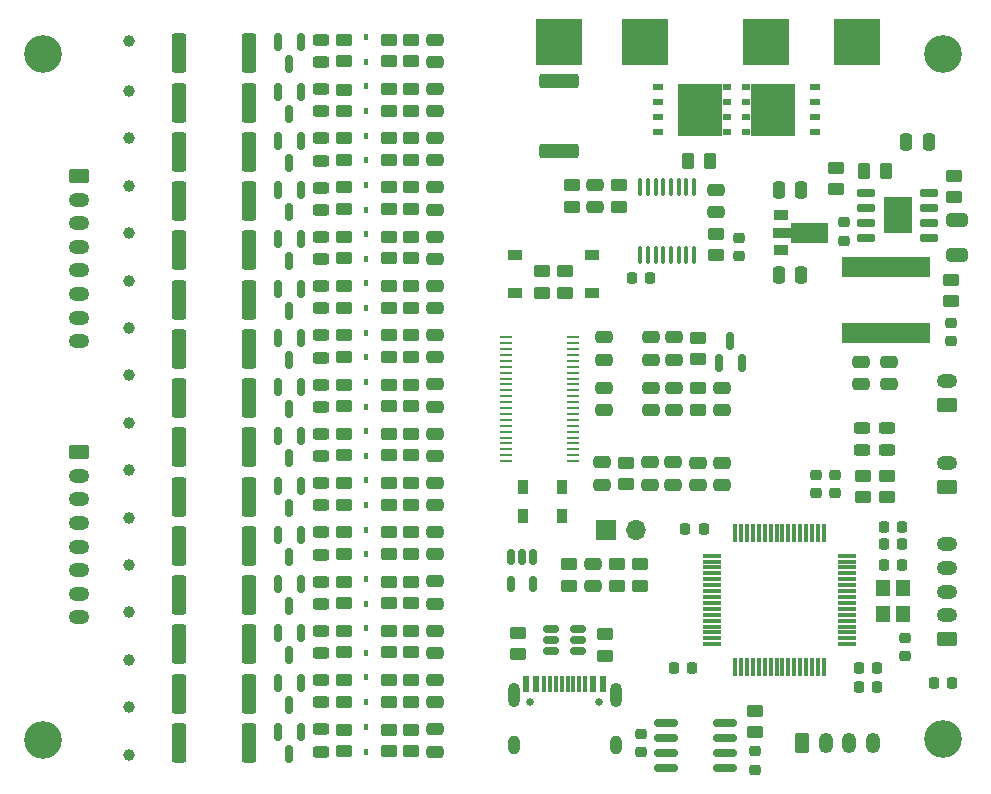
<source format=gts>
G04 #@! TF.GenerationSoftware,KiCad,Pcbnew,(6.0.7-1)-1*
G04 #@! TF.CreationDate,2023-01-13T15:06:51+01:00*
G04 #@! TF.ProjectId,Flux_BMS,466c7578-5f42-44d5-932e-6b696361645f,rev?*
G04 #@! TF.SameCoordinates,Original*
G04 #@! TF.FileFunction,Soldermask,Top*
G04 #@! TF.FilePolarity,Negative*
%FSLAX46Y46*%
G04 Gerber Fmt 4.6, Leading zero omitted, Abs format (unit mm)*
G04 Created by KiCad (PCBNEW (6.0.7-1)-1) date 2023-01-13 15:06:51*
%MOMM*%
%LPD*%
G01*
G04 APERTURE LIST*
G04 Aperture macros list*
%AMRoundRect*
0 Rectangle with rounded corners*
0 $1 Rounding radius*
0 $2 $3 $4 $5 $6 $7 $8 $9 X,Y pos of 4 corners*
0 Add a 4 corners polygon primitive as box body*
4,1,4,$2,$3,$4,$5,$6,$7,$8,$9,$2,$3,0*
0 Add four circle primitives for the rounded corners*
1,1,$1+$1,$2,$3*
1,1,$1+$1,$4,$5*
1,1,$1+$1,$6,$7*
1,1,$1+$1,$8,$9*
0 Add four rect primitives between the rounded corners*
20,1,$1+$1,$2,$3,$4,$5,0*
20,1,$1+$1,$4,$5,$6,$7,0*
20,1,$1+$1,$6,$7,$8,$9,0*
20,1,$1+$1,$8,$9,$2,$3,0*%
%AMFreePoly0*
4,1,9,3.862500,-0.866500,0.737500,-0.866500,0.737500,-0.450000,-0.737500,-0.450000,-0.737500,0.450000,0.737500,0.450000,0.737500,0.866500,3.862500,0.866500,3.862500,-0.866500,3.862500,-0.866500,$1*%
G04 Aperture macros list end*
%ADD10O,1.200000X1.750000*%
%ADD11RoundRect,0.250000X-0.350000X-0.625000X0.350000X-0.625000X0.350000X0.625000X-0.350000X0.625000X0*%
%ADD12RoundRect,0.250000X0.450000X-0.262500X0.450000X0.262500X-0.450000X0.262500X-0.450000X-0.262500X0*%
%ADD13RoundRect,0.250000X0.625000X-0.350000X0.625000X0.350000X-0.625000X0.350000X-0.625000X-0.350000X0*%
%ADD14O,1.750000X1.200000*%
%ADD15RoundRect,0.150000X-0.150000X0.512500X-0.150000X-0.512500X0.150000X-0.512500X0.150000X0.512500X0*%
%ADD16R,1.200000X0.900000*%
%ADD17RoundRect,0.250000X-0.450000X0.262500X-0.450000X-0.262500X0.450000X-0.262500X0.450000X0.262500X0*%
%ADD18RoundRect,0.150000X-0.150000X0.587500X-0.150000X-0.587500X0.150000X-0.587500X0.150000X0.587500X0*%
%ADD19C,1.000000*%
%ADD20R,0.900000X1.200000*%
%ADD21RoundRect,0.250000X-0.475000X0.250000X-0.475000X-0.250000X0.475000X-0.250000X0.475000X0.250000X0*%
%ADD22RoundRect,0.243750X-0.456250X0.243750X-0.456250X-0.243750X0.456250X-0.243750X0.456250X0.243750X0*%
%ADD23R,0.450000X0.600000*%
%ADD24RoundRect,0.250000X-0.362500X-1.425000X0.362500X-1.425000X0.362500X1.425000X-0.362500X1.425000X0*%
%ADD25C,0.600000*%
%ADD26R,4.000000X4.000000*%
%ADD27RoundRect,0.250000X-1.425000X0.362500X-1.425000X-0.362500X1.425000X-0.362500X1.425000X0.362500X0*%
%ADD28O,1.000000X1.600000*%
%ADD29O,1.000000X2.100000*%
%ADD30R,0.600000X1.450000*%
%ADD31R,0.300000X1.450000*%
%ADD32C,0.650000*%
%ADD33RoundRect,0.225000X0.225000X0.250000X-0.225000X0.250000X-0.225000X-0.250000X0.225000X-0.250000X0*%
%ADD34RoundRect,0.250000X0.475000X-0.250000X0.475000X0.250000X-0.475000X0.250000X-0.475000X-0.250000X0*%
%ADD35R,0.850000X0.500000*%
%ADD36R,0.800000X0.600000*%
%ADD37R,3.750000X4.410000*%
%ADD38RoundRect,0.225000X0.250000X-0.225000X0.250000X0.225000X-0.250000X0.225000X-0.250000X-0.225000X0*%
%ADD39RoundRect,0.225000X-0.250000X0.225000X-0.250000X-0.225000X0.250000X-0.225000X0.250000X0.225000X0*%
%ADD40C,3.200000*%
%ADD41RoundRect,0.150000X-0.825000X-0.150000X0.825000X-0.150000X0.825000X0.150000X-0.825000X0.150000X0*%
%ADD42RoundRect,0.225000X-0.225000X-0.250000X0.225000X-0.250000X0.225000X0.250000X-0.225000X0.250000X0*%
%ADD43RoundRect,0.150000X0.150000X-0.587500X0.150000X0.587500X-0.150000X0.587500X-0.150000X-0.587500X0*%
%ADD44RoundRect,0.150000X0.512500X0.150000X-0.512500X0.150000X-0.512500X-0.150000X0.512500X-0.150000X0*%
%ADD45RoundRect,0.250000X-0.250000X-0.475000X0.250000X-0.475000X0.250000X0.475000X-0.250000X0.475000X0*%
%ADD46RoundRect,0.250000X-0.625000X0.350000X-0.625000X-0.350000X0.625000X-0.350000X0.625000X0.350000X0*%
%ADD47RoundRect,0.100000X0.100000X-0.637500X0.100000X0.637500X-0.100000X0.637500X-0.100000X-0.637500X0*%
%ADD48RoundRect,0.250000X-0.262500X-0.450000X0.262500X-0.450000X0.262500X0.450000X-0.262500X0.450000X0*%
%ADD49R,1.100000X0.285000*%
%ADD50R,1.300000X0.900000*%
%ADD51FreePoly0,0.000000*%
%ADD52RoundRect,0.075000X0.075000X0.700000X-0.075000X0.700000X-0.075000X-0.700000X0.075000X-0.700000X0*%
%ADD53RoundRect,0.075000X0.700000X0.075000X-0.700000X0.075000X-0.700000X-0.075000X0.700000X-0.075000X0*%
%ADD54RoundRect,0.250000X-0.650000X0.325000X-0.650000X-0.325000X0.650000X-0.325000X0.650000X0.325000X0*%
%ADD55RoundRect,0.250000X0.250000X0.475000X-0.250000X0.475000X-0.250000X-0.475000X0.250000X-0.475000X0*%
%ADD56R,2.410000X3.100000*%
%ADD57RoundRect,0.150000X0.650000X0.150000X-0.650000X0.150000X-0.650000X-0.150000X0.650000X-0.150000X0*%
%ADD58O,1.700000X1.700000*%
%ADD59R,1.700000X1.700000*%
%ADD60R,7.500000X1.800000*%
%ADD61R,1.200000X1.400000*%
G04 APERTURE END LIST*
D10*
X149650000Y-135450000D03*
X147650000Y-135450000D03*
X145650000Y-135450000D03*
D11*
X143650000Y-135450000D03*
D12*
X128750000Y-111687500D03*
X128750000Y-113512500D03*
D13*
X155950000Y-113700000D03*
D14*
X155950000Y-111700000D03*
X155950000Y-104800000D03*
D13*
X155950000Y-106800000D03*
D15*
X120900000Y-119662500D03*
X119950000Y-119662500D03*
X119000000Y-119662500D03*
X119000000Y-121937500D03*
X120900000Y-121937500D03*
D16*
X119350000Y-94050000D03*
X119350000Y-97350000D03*
D17*
X110550000Y-136112500D03*
X110550000Y-134287500D03*
X110550000Y-127731676D03*
X110550000Y-125906676D03*
D12*
X108650000Y-121736779D03*
X108650000Y-123561779D03*
D18*
X100250000Y-136336480D03*
X99300000Y-134461480D03*
X101200000Y-134461480D03*
D19*
X86650000Y-116333330D03*
D20*
X120000000Y-113700000D03*
X123300000Y-113700000D03*
D21*
X136850000Y-107250000D03*
X136850000Y-105350000D03*
D12*
X127950000Y-120287500D03*
X127950000Y-122112500D03*
D22*
X102950000Y-136137500D03*
X102950000Y-134262500D03*
D17*
X128150000Y-90012500D03*
X128150000Y-88187500D03*
D21*
X112550000Y-102769794D03*
X112550000Y-100869794D03*
D19*
X86650000Y-124359996D03*
D20*
X120000000Y-116150000D03*
X123300000Y-116150000D03*
D12*
X104850000Y-121736779D03*
X104850000Y-123561779D03*
D17*
X110550000Y-86032706D03*
X110550000Y-84207706D03*
D22*
X148750000Y-110637500D03*
X148750000Y-108762500D03*
D23*
X106750000Y-81920309D03*
X106750000Y-79820309D03*
D18*
X100250000Y-94637500D03*
X99300000Y-92762500D03*
X101200000Y-92762500D03*
D24*
X96812500Y-135398980D03*
X90887500Y-135398980D03*
D22*
X102950000Y-119456882D03*
X102950000Y-117581882D03*
D12*
X121600000Y-95487500D03*
X121600000Y-97312500D03*
D18*
X100250000Y-132166573D03*
X99300000Y-130291573D03*
X101200000Y-130291573D03*
D22*
X102950000Y-123626779D03*
X102950000Y-121751779D03*
D16*
X125850000Y-94050000D03*
X125850000Y-97350000D03*
D19*
X86650000Y-100279998D03*
D23*
X106750000Y-90250000D03*
X106750000Y-88150000D03*
D12*
X108650000Y-130076573D03*
X108650000Y-131901573D03*
D24*
X96812500Y-110379588D03*
X90887500Y-110379588D03*
D18*
X100250000Y-119656882D03*
X99300000Y-117781882D03*
X101200000Y-117781882D03*
D25*
X142100000Y-74550000D03*
X141100000Y-77550000D03*
X140100000Y-76550000D03*
X139100000Y-76550000D03*
X142100000Y-77550000D03*
D26*
X140600000Y-76050000D03*
D25*
X139100000Y-75550000D03*
X139100000Y-77550000D03*
X140100000Y-77550000D03*
X142100000Y-76550000D03*
X141100000Y-76550000D03*
X140100000Y-74550000D03*
X141100000Y-74550000D03*
X140100000Y-75550000D03*
X142100000Y-75550000D03*
X139100000Y-74550000D03*
X141100000Y-75550000D03*
D19*
X86650000Y-92253332D03*
D27*
X123100000Y-85262500D03*
X123100000Y-79337500D03*
D12*
X104850000Y-113396985D03*
X104850000Y-115221985D03*
X108650000Y-88367500D03*
X108650000Y-90192500D03*
D19*
X86650000Y-120346663D03*
D28*
X127870000Y-135550000D03*
D29*
X119230000Y-131370000D03*
X127870000Y-131370000D03*
D28*
X119230000Y-135550000D03*
D30*
X120300000Y-130455000D03*
X121100000Y-130455000D03*
D31*
X121800000Y-130455000D03*
X122800000Y-130455000D03*
X124300000Y-130455000D03*
X125300000Y-130455000D03*
D30*
X126000000Y-130455000D03*
X126800000Y-130455000D03*
X126800000Y-130455000D03*
X126000000Y-130455000D03*
D31*
X124800000Y-130455000D03*
X123800000Y-130455000D03*
X123300000Y-130455000D03*
X122300000Y-130455000D03*
D30*
X121100000Y-130455000D03*
X120300000Y-130455000D03*
D32*
X120660000Y-131900000D03*
X126440000Y-131900000D03*
D33*
X154825000Y-130300000D03*
X156375000Y-130300000D03*
D12*
X104850000Y-109227088D03*
X104850000Y-111052088D03*
D34*
X126850000Y-105350000D03*
X126850000Y-107250000D03*
D12*
X134850000Y-105387500D03*
X134850000Y-107212500D03*
D24*
X96850000Y-122889279D03*
X90925000Y-122889279D03*
X96850000Y-106209691D03*
X90925000Y-106209691D03*
D21*
X112550000Y-119449382D03*
X112550000Y-117549382D03*
D24*
X96850000Y-97869897D03*
X90925000Y-97869897D03*
D21*
X112550000Y-77750412D03*
X112550000Y-75850412D03*
D23*
X106750000Y-106939691D03*
X106750000Y-104839691D03*
D35*
X131450000Y-83705000D03*
D36*
X137275000Y-79895000D03*
X137275000Y-83705000D03*
D37*
X135000000Y-81800000D03*
D36*
X137275000Y-81165000D03*
X137275000Y-82435000D03*
D35*
X131450000Y-81165000D03*
X131450000Y-79895000D03*
X131450000Y-82435000D03*
D17*
X110550000Y-123561779D03*
X110550000Y-121736779D03*
D12*
X104850000Y-84207706D03*
X104850000Y-86032706D03*
D38*
X139650000Y-136125000D03*
X139650000Y-137675000D03*
D39*
X152350000Y-128075000D03*
X152350000Y-126525000D03*
D22*
X102950000Y-98607397D03*
X102950000Y-96732397D03*
D40*
X79350000Y-77050000D03*
D21*
X112550000Y-131950000D03*
X112550000Y-130050000D03*
D41*
X137125000Y-133695000D03*
X137125000Y-134965000D03*
X137125000Y-136235000D03*
X137125000Y-137505000D03*
X132175000Y-137505000D03*
X132175000Y-136235000D03*
X132175000Y-134965000D03*
X132175000Y-133695000D03*
D13*
X155950000Y-126600000D03*
D14*
X155950000Y-124600000D03*
X155950000Y-122600000D03*
X155950000Y-120600000D03*
X155950000Y-118600000D03*
D12*
X104850000Y-96717397D03*
X104850000Y-98542397D03*
D21*
X134850000Y-113600000D03*
X134850000Y-111700000D03*
D42*
X152125000Y-118600000D03*
X150575000Y-118600000D03*
D12*
X108650000Y-113396985D03*
X108650000Y-115221985D03*
D24*
X96850000Y-81190309D03*
X90925000Y-81190309D03*
D43*
X137600000Y-101362500D03*
X138550000Y-103237500D03*
X136650000Y-103237500D03*
D12*
X108650000Y-109227088D03*
X108650000Y-111052088D03*
X126950000Y-126187500D03*
X126950000Y-128012500D03*
D18*
X100250000Y-77957912D03*
X99300000Y-76082912D03*
X101200000Y-76082912D03*
D21*
X132850000Y-102950000D03*
X132850000Y-101050000D03*
D39*
X138350000Y-94175000D03*
X138350000Y-92625000D03*
D19*
X86650000Y-80213333D03*
D23*
X106750000Y-94430000D03*
X106750000Y-92330000D03*
D22*
X150850000Y-110637500D03*
X150850000Y-108762500D03*
D23*
X106750000Y-119449382D03*
X106750000Y-117349382D03*
X106750000Y-86090206D03*
X106750000Y-83990206D03*
D44*
X122412500Y-127650000D03*
X122412500Y-126700000D03*
X122412500Y-125750000D03*
X124687500Y-125750000D03*
X124687500Y-126700000D03*
X124687500Y-127650000D03*
D23*
X106750000Y-115279485D03*
X106750000Y-113179485D03*
D12*
X104850000Y-80087500D03*
X104850000Y-81912500D03*
X108650000Y-96717397D03*
X108650000Y-98542397D03*
D25*
X123600000Y-74550000D03*
X121600000Y-75550000D03*
X123600000Y-75550000D03*
X123600000Y-77550000D03*
X122600000Y-74550000D03*
X124600000Y-77550000D03*
X124600000Y-74550000D03*
X122600000Y-77550000D03*
X124600000Y-76550000D03*
X121600000Y-76550000D03*
X121600000Y-77550000D03*
X122600000Y-75550000D03*
X121600000Y-74550000D03*
D26*
X123100000Y-76050000D03*
D25*
X122600000Y-76550000D03*
X123600000Y-76550000D03*
X124600000Y-75550000D03*
D12*
X104850000Y-117566882D03*
X104850000Y-119391882D03*
D23*
X106750000Y-123619279D03*
X106750000Y-121519279D03*
D12*
X108650000Y-125906676D03*
X108650000Y-127731676D03*
D22*
X102950000Y-86097706D03*
X102950000Y-84222706D03*
D12*
X156562500Y-87387500D03*
X156562500Y-89212500D03*
D18*
X100250000Y-111317088D03*
X99300000Y-109442088D03*
X101200000Y-109442088D03*
D45*
X143600000Y-95800000D03*
X141700000Y-95800000D03*
D22*
X102950000Y-102777294D03*
X102950000Y-100902294D03*
D18*
X100250000Y-123826779D03*
X99300000Y-121951779D03*
X101200000Y-121951779D03*
D21*
X112550000Y-123619279D03*
X112550000Y-121719279D03*
D12*
X129950000Y-120287500D03*
X129950000Y-122112500D03*
D14*
X82450000Y-124783332D03*
X82450000Y-122783332D03*
X82450000Y-120783332D03*
X82450000Y-118783332D03*
X82450000Y-116783332D03*
X82450000Y-114783332D03*
X82450000Y-112783332D03*
D46*
X82450000Y-110783332D03*
D19*
X86650000Y-88239999D03*
D47*
X129975000Y-88337500D03*
X130625000Y-88337500D03*
X131275000Y-88337500D03*
X131925000Y-88337500D03*
X132575000Y-88337500D03*
X133225000Y-88337500D03*
X133875000Y-88337500D03*
X134525000Y-88337500D03*
X134525000Y-94062500D03*
X133875000Y-94062500D03*
X133225000Y-94062500D03*
X132575000Y-94062500D03*
X131925000Y-94062500D03*
X131275000Y-94062500D03*
X130625000Y-94062500D03*
X129975000Y-94062500D03*
D17*
X110550000Y-106882191D03*
X110550000Y-105057191D03*
D19*
X86650000Y-76000000D03*
D24*
X96850000Y-89530103D03*
X90925000Y-89530103D03*
D18*
X100250000Y-115486985D03*
X99300000Y-113611985D03*
X101200000Y-113611985D03*
D21*
X112550000Y-86090206D03*
X112550000Y-84190206D03*
X112550000Y-111109588D03*
X112550000Y-109209588D03*
X151050000Y-105050000D03*
X151050000Y-103150000D03*
D22*
X102950000Y-77757912D03*
X102950000Y-75882912D03*
D40*
X155600000Y-77050000D03*
D34*
X130850000Y-101050000D03*
X130850000Y-102950000D03*
D24*
X96812500Y-93700000D03*
X90887500Y-93700000D03*
D48*
X135862500Y-86100000D03*
X134037500Y-86100000D03*
D49*
X118600000Y-111550000D03*
X118600000Y-111050000D03*
X118600000Y-110550000D03*
X118600000Y-110050000D03*
X118600000Y-109550000D03*
X118600000Y-109050000D03*
X118600000Y-108550000D03*
X118600000Y-108050000D03*
X118600000Y-107550000D03*
X118600000Y-107050000D03*
X118600000Y-106550000D03*
X118600000Y-106050000D03*
X118600000Y-105550000D03*
X118600000Y-105050000D03*
X118600000Y-104550000D03*
X118600000Y-104050000D03*
X118600000Y-103550000D03*
X118600000Y-103050000D03*
X118600000Y-102550000D03*
X118600000Y-102050000D03*
X118600000Y-101550000D03*
X118600000Y-101050000D03*
X124300000Y-101050000D03*
X124300000Y-101550000D03*
X124300000Y-102050000D03*
X124300000Y-102550000D03*
X124300000Y-103050000D03*
X124300000Y-103550000D03*
X124300000Y-104050000D03*
X124300000Y-104550000D03*
X124300000Y-105050000D03*
X124300000Y-105550000D03*
X124300000Y-106050000D03*
X124300000Y-106550000D03*
X124300000Y-107050000D03*
X124300000Y-107550000D03*
X124300000Y-108050000D03*
X124300000Y-108550000D03*
X124300000Y-109050000D03*
X124300000Y-109550000D03*
X124300000Y-110050000D03*
X124300000Y-110550000D03*
X124300000Y-111050000D03*
X124300000Y-111550000D03*
D21*
X126150000Y-90050000D03*
X126150000Y-88150000D03*
D23*
X106750000Y-111109588D03*
X106750000Y-109009588D03*
X106750000Y-131959073D03*
X106750000Y-129859073D03*
D12*
X104850000Y-92547500D03*
X104850000Y-94372500D03*
D17*
X110550000Y-119391882D03*
X110550000Y-117566882D03*
D12*
X108650000Y-80037809D03*
X108650000Y-81862809D03*
D17*
X110550000Y-90192500D03*
X110550000Y-88367500D03*
D18*
X100250000Y-98807397D03*
X99300000Y-96932397D03*
X101200000Y-96932397D03*
D12*
X104850000Y-88367500D03*
X104850000Y-90192500D03*
D40*
X79350000Y-135150000D03*
D18*
X100250000Y-82127809D03*
X99300000Y-80252809D03*
X101200000Y-80252809D03*
D33*
X133775000Y-117300000D03*
X135325000Y-117300000D03*
D17*
X110550000Y-102712294D03*
X110550000Y-100887294D03*
X110550000Y-115221985D03*
X110550000Y-113396985D03*
D50*
X141900000Y-93700000D03*
D51*
X141987500Y-92200000D03*
D50*
X141900000Y-90700000D03*
D12*
X108650000Y-134287500D03*
X108650000Y-136112500D03*
X108650000Y-100887294D03*
X108650000Y-102712294D03*
X104850000Y-75867912D03*
X104850000Y-77692912D03*
D18*
X100250000Y-127996676D03*
X99300000Y-126121676D03*
X101200000Y-126121676D03*
D24*
X96850000Y-131229073D03*
X90925000Y-131229073D03*
D23*
X106750000Y-98599897D03*
X106750000Y-96499897D03*
D12*
X134850000Y-101087500D03*
X134850000Y-102912500D03*
D39*
X156250000Y-101375000D03*
X156250000Y-99825000D03*
D12*
X119650000Y-126087500D03*
X119650000Y-127912500D03*
D17*
X110550000Y-81862809D03*
X110550000Y-80037809D03*
D18*
X100250000Y-102977294D03*
X99300000Y-101102294D03*
X101200000Y-101102294D03*
X100250000Y-107147191D03*
X99300000Y-105272191D03*
X101200000Y-105272191D03*
D22*
X102950000Y-115286985D03*
X102950000Y-113411985D03*
D12*
X146550000Y-86687500D03*
X146550000Y-88512500D03*
D22*
X102950000Y-106947191D03*
X102950000Y-105072191D03*
D12*
X108650000Y-105057191D03*
X108650000Y-106882191D03*
D23*
X106750000Y-77750412D03*
X106750000Y-75650412D03*
D12*
X108650000Y-92547500D03*
X108650000Y-94372500D03*
D42*
X152125000Y-120300000D03*
X150575000Y-120300000D03*
D24*
X96850000Y-85360206D03*
X90925000Y-85360206D03*
D22*
X102950000Y-131966573D03*
X102950000Y-130091573D03*
D35*
X144750000Y-79895000D03*
D36*
X138925000Y-79895000D03*
X138925000Y-81165000D03*
X138925000Y-82435000D03*
X138925000Y-83705000D03*
D37*
X141200000Y-81800000D03*
D35*
X144750000Y-83705000D03*
X144750000Y-81165000D03*
X144750000Y-82435000D03*
D24*
X96850000Y-77020412D03*
X90925000Y-77020412D03*
D21*
X112550000Y-127789176D03*
X112550000Y-125889176D03*
D19*
X86650000Y-108306664D03*
D21*
X112550000Y-136150000D03*
X112550000Y-134250000D03*
D12*
X104850000Y-134287500D03*
X104850000Y-136112500D03*
D42*
X152125000Y-117100000D03*
X150575000Y-117100000D03*
D21*
X112550000Y-115279485D03*
X112550000Y-113379485D03*
X132750000Y-113550000D03*
X132750000Y-111650000D03*
D12*
X148850000Y-112787500D03*
X148850000Y-114612500D03*
D23*
X106750000Y-127789176D03*
X106750000Y-125689176D03*
D22*
X102950000Y-127796676D03*
X102950000Y-125921676D03*
D52*
X145500000Y-128975000D03*
X145000000Y-128975000D03*
X144500000Y-128975000D03*
X144000000Y-128975000D03*
X143500000Y-128975000D03*
X143000000Y-128975000D03*
X142500000Y-128975000D03*
X142000000Y-128975000D03*
X141500000Y-128975000D03*
X141000000Y-128975000D03*
X140500000Y-128975000D03*
X140000000Y-128975000D03*
X139500000Y-128975000D03*
X139000000Y-128975000D03*
X138500000Y-128975000D03*
X138000000Y-128975000D03*
D53*
X136075000Y-127050000D03*
X136075000Y-126550000D03*
X136075000Y-126050000D03*
X136075000Y-125550000D03*
X136075000Y-125050000D03*
X136075000Y-124550000D03*
X136075000Y-124050000D03*
X136075000Y-123550000D03*
X136075000Y-123050000D03*
X136075000Y-122550000D03*
X136075000Y-122050000D03*
X136075000Y-121550000D03*
X136075000Y-121050000D03*
X136075000Y-120550000D03*
X136075000Y-120050000D03*
X136075000Y-119550000D03*
D52*
X138000000Y-117625000D03*
X138500000Y-117625000D03*
X139000000Y-117625000D03*
X139500000Y-117625000D03*
X140000000Y-117625000D03*
X140500000Y-117625000D03*
X141000000Y-117625000D03*
X141500000Y-117625000D03*
X142000000Y-117625000D03*
X142500000Y-117625000D03*
X143000000Y-117625000D03*
X143500000Y-117625000D03*
X144000000Y-117625000D03*
X144500000Y-117625000D03*
X145000000Y-117625000D03*
X145500000Y-117625000D03*
D53*
X147425000Y-119550000D03*
X147425000Y-120050000D03*
X147425000Y-120550000D03*
X147425000Y-121050000D03*
X147425000Y-121550000D03*
X147425000Y-122050000D03*
X147425000Y-122550000D03*
X147425000Y-123050000D03*
X147425000Y-123550000D03*
X147425000Y-124050000D03*
X147425000Y-124550000D03*
X147425000Y-125050000D03*
X147425000Y-125550000D03*
X147425000Y-126050000D03*
X147425000Y-126550000D03*
X147425000Y-127050000D03*
D33*
X132775000Y-129100000D03*
X134325000Y-129100000D03*
D54*
X156762500Y-94075000D03*
X156762500Y-91125000D03*
D23*
X106750000Y-136150000D03*
X106750000Y-134050000D03*
D12*
X104850000Y-130076573D03*
X104850000Y-131901573D03*
X108650000Y-75867912D03*
X108650000Y-77692912D03*
D19*
X86650000Y-112319997D03*
D34*
X136350000Y-88550000D03*
X136350000Y-90450000D03*
D55*
X141700000Y-88600000D03*
X143600000Y-88600000D03*
D21*
X112550000Y-81920309D03*
X112550000Y-80020309D03*
D38*
X144850000Y-114275000D03*
X144850000Y-112725000D03*
D56*
X151762500Y-90725000D03*
D57*
X149112500Y-92630000D03*
X149112500Y-91360000D03*
X149112500Y-90090000D03*
X149112500Y-88820000D03*
X154412500Y-88820000D03*
X154412500Y-90090000D03*
X154412500Y-91360000D03*
X154412500Y-92630000D03*
D12*
X150850000Y-112787500D03*
X150850000Y-114612500D03*
D21*
X136850000Y-113600000D03*
X136850000Y-111700000D03*
D24*
X96812500Y-118719382D03*
X90887500Y-118719382D03*
X96812500Y-114549485D03*
X90887500Y-114549485D03*
D22*
X102950000Y-111117088D03*
X102950000Y-109242088D03*
D17*
X136350000Y-94112500D03*
X136350000Y-92287500D03*
D14*
X82450000Y-101400000D03*
X82450000Y-99400000D03*
X82450000Y-97400000D03*
X82450000Y-95400000D03*
X82450000Y-93400000D03*
X82450000Y-91400000D03*
X82450000Y-89400000D03*
D46*
X82450000Y-87400000D03*
D17*
X139650000Y-134512500D03*
X139650000Y-132687500D03*
D39*
X147250000Y-92875000D03*
X147250000Y-91325000D03*
D21*
X112550000Y-90250000D03*
X112550000Y-88350000D03*
D19*
X86650000Y-136400000D03*
D21*
X148650000Y-105050000D03*
X148650000Y-103150000D03*
X125950000Y-122150000D03*
X125950000Y-120250000D03*
D17*
X110550000Y-94372500D03*
X110550000Y-92547500D03*
D18*
X100250000Y-86297706D03*
X99300000Y-84422706D03*
X101200000Y-84422706D03*
D24*
X96812500Y-102039794D03*
X90887500Y-102039794D03*
D22*
X102950000Y-94437500D03*
X102950000Y-92562500D03*
D34*
X130850000Y-105350000D03*
X130850000Y-107250000D03*
D17*
X123950000Y-122112500D03*
X123950000Y-120287500D03*
D38*
X146450000Y-114275000D03*
X146450000Y-112725000D03*
D34*
X126850000Y-101050000D03*
X126850000Y-102950000D03*
D23*
X106750000Y-102769794D03*
X106750000Y-100669794D03*
D17*
X110550000Y-77692912D03*
X110550000Y-75867912D03*
D33*
X129275000Y-96000000D03*
X130825000Y-96000000D03*
D12*
X104850000Y-100887294D03*
X104850000Y-102712294D03*
D19*
X86650000Y-128373329D03*
D12*
X104850000Y-105057191D03*
X104850000Y-106882191D03*
X104850000Y-125906676D03*
X104850000Y-127731676D03*
D18*
X100250000Y-90457500D03*
X99300000Y-88582500D03*
X101200000Y-88582500D03*
D12*
X108650000Y-117566882D03*
X108650000Y-119391882D03*
D22*
X102950000Y-81927809D03*
X102950000Y-80052809D03*
D34*
X126750000Y-111650000D03*
X126750000Y-113550000D03*
D38*
X130050000Y-134625000D03*
X130050000Y-136175000D03*
D24*
X96812500Y-127059176D03*
X90887500Y-127059176D03*
D58*
X129640000Y-117400000D03*
D59*
X127100000Y-117400000D03*
D21*
X130750000Y-113550000D03*
X130750000Y-111650000D03*
D45*
X154400000Y-84500000D03*
X152500000Y-84500000D03*
D17*
X110550000Y-111052088D03*
X110550000Y-109227088D03*
X110550000Y-98542397D03*
X110550000Y-96717397D03*
D60*
X150750000Y-100700000D03*
X150750000Y-95100000D03*
D17*
X110550000Y-131901573D03*
X110550000Y-130076573D03*
D21*
X132850000Y-107250000D03*
X132850000Y-105350000D03*
D42*
X150025000Y-129100000D03*
X148475000Y-129100000D03*
D48*
X150762500Y-87000000D03*
X148937500Y-87000000D03*
D21*
X112550000Y-94430000D03*
X112550000Y-92530000D03*
D12*
X124150000Y-88187500D03*
X124150000Y-90012500D03*
D19*
X86650000Y-104293331D03*
D42*
X150025000Y-130700000D03*
X148475000Y-130700000D03*
D19*
X86650000Y-132386662D03*
X86650000Y-84226666D03*
D12*
X123600000Y-95487500D03*
X123600000Y-97312500D03*
D21*
X112550000Y-98599897D03*
X112550000Y-96699897D03*
D17*
X156250000Y-98012500D03*
X156250000Y-96187500D03*
D12*
X108650000Y-84207706D03*
X108650000Y-86032706D03*
D25*
X146850000Y-74550000D03*
X149850000Y-74550000D03*
X149850000Y-77550000D03*
X147850000Y-77550000D03*
X148850000Y-77550000D03*
X147850000Y-74550000D03*
X148850000Y-76550000D03*
X147850000Y-75550000D03*
X146850000Y-75550000D03*
X147850000Y-76550000D03*
X146850000Y-77550000D03*
X149850000Y-75550000D03*
X148850000Y-75550000D03*
D26*
X148350000Y-76050000D03*
D25*
X148850000Y-74550000D03*
X149850000Y-76550000D03*
X146850000Y-76550000D03*
X131850000Y-76550000D03*
X130850000Y-75550000D03*
X130850000Y-76550000D03*
X130850000Y-74550000D03*
X129850000Y-76550000D03*
X131850000Y-77550000D03*
X130850000Y-77550000D03*
X128850000Y-74550000D03*
X128850000Y-77550000D03*
X129850000Y-75550000D03*
X128850000Y-75550000D03*
X131850000Y-74550000D03*
X128850000Y-76550000D03*
D26*
X130350000Y-76050000D03*
D25*
X129850000Y-77550000D03*
X129850000Y-74550000D03*
X131850000Y-75550000D03*
D40*
X155600000Y-135050000D03*
D61*
X150500000Y-124500000D03*
X150500000Y-122300000D03*
X152200000Y-122300000D03*
X152200000Y-124500000D03*
D19*
X86650000Y-96266665D03*
D22*
X102950000Y-90257500D03*
X102950000Y-88382500D03*
D21*
X112550000Y-106939691D03*
X112550000Y-105039691D03*
M02*

</source>
